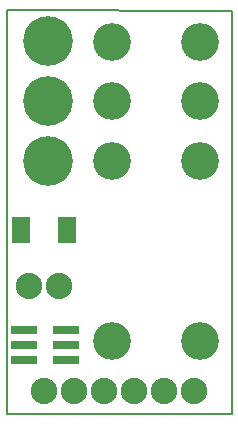
<source format=gbr>
G04 DipTrace 2.4.0.2*
%INtopmask.gbr*%
%MOIN*%
%ADD11C,0.006*%
%ADD35R,0.088X0.0289*%
%ADD37C,0.1261*%
%ADD41C,0.1655*%
%ADD43C,0.088*%
%ADD45R,0.0631X0.0907*%
%FSLAX44Y44*%
G04*
G70*
G90*
G75*
G01*
%LNTopMask*%
%LPD*%
D45*
X4422Y10083D3*
X5958D3*
D43*
X10191Y4690D3*
X9191D3*
X8191D3*
X7191D3*
X6191D3*
X5191D3*
X5690Y8190D3*
X4690D3*
D41*
X5315Y16379D3*
Y14379D3*
Y12379D3*
D37*
X7440Y6377D3*
X10393D3*
X7440Y12384D3*
Y14369D3*
Y16353D3*
X10393Y12384D3*
Y14369D3*
Y16353D3*
D35*
X4530Y6752D3*
Y6252D3*
Y5752D3*
X5930D3*
Y6252D3*
Y6752D3*
%LNBoardOutline*%
X3940Y3940D2*
D11*
X11441D1*
Y17379D1*
X3940Y17389D1*
Y3940D1*
M02*

</source>
